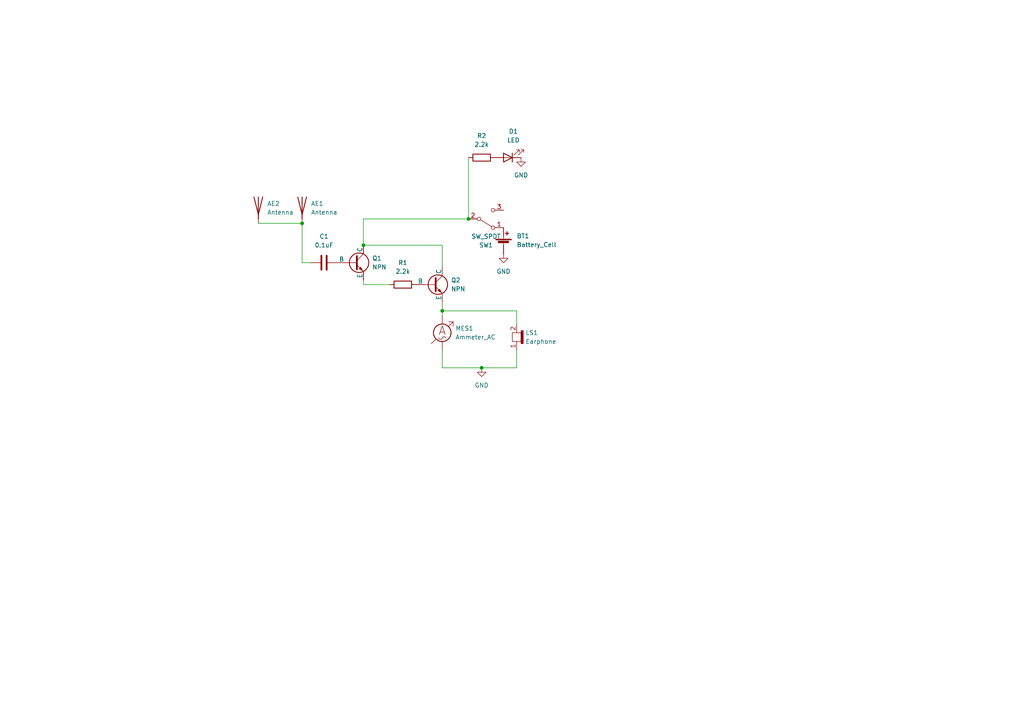
<source format=kicad_sch>
(kicad_sch (version 20230121) (generator eeschema)
  (paper "A4")
  (lib_symbols
    (symbol "Device:Ammeter_AC" (pin_numbers hide) (pin_names (offset 0.0254) hide)
      (property "Reference" "MES" (at -3.302 1.016 0))
      (property "Value" "Ammeter_AC" (at -3.302 -0.762 0))
      (symbol "Ammeter_AC_0_0"
        (polyline (pts (xy -3.175 -3.175) (xy -1.905 -1.905)))
        (polyline (pts (xy 1.905 1.905) (xy 3.175 3.175)))
        (polyline (pts (xy 1.905 3.175) (xy 3.175 3.175) (xy 3.175 1.905)))
        (text "A" (at 0 0.635 0) (effects (font (size 2.54 2.54))))
      )
      (symbol "Ammeter_AC_0_1"
        (arc (start -1.016 -1.524) (mid -0.508 -1.902) (end 0 -1.524))
        (circle (center 0 0) (radius 2.54) (stroke (width 0.254)))
        (arc (start 1.016 -1.524) (mid 0.508 -1.1274) (end 0 -1.524))
      )
      (symbol "Ammeter_AC_1_1"
        (pin passive line (at 0 -5.08 90) (length 2.54) (name "~") (number "1"))
        (pin passive line (at 0 5.08 270) (length 2.54) (name "~") (number "2"))
      )
    )
    (symbol "Device:Antenna" (pin_numbers hide) (pin_names (offset 1.016) hide)
      (property "Reference" "AE" (at -1.905 1.905 0))
      (property "Value" "Antenna" (at -1.905 0 0))
      (symbol "Antenna_0_1"
        (polyline (pts (xy 0 2.54) (xy 0 -3.81)) (stroke (width 0.254)))
        (polyline (pts (xy 1.27 2.54) (xy 0 -2.54) (xy -1.27 2.54)) (stroke (width 0.254)))
      )
      (symbol "Antenna_1_1"
        (pin input line (at 0 -5.08 90) (length 2.54) (name "A") (number "1"))
      )
    )
    (symbol "Device:Battery_Cell" (pin_numbers hide) (pin_names (offset 0) hide)
      (property "Reference" "BT" (at 2.54 2.54 0))
      (property "Value" "Battery_Cell" (at 2.54 0 0))
      (symbol "Battery_Cell_0_1"
        (rectangle (start -2.286 1.778) (end 2.286 1.524) (fill (type outline)))
        (rectangle (start -1.5748 1.1938) (end 1.4732 0.6858) (fill (type outline)))
        (polyline (pts (xy 0 0.762) (xy 0 0)))
        (polyline (pts (xy 0 1.778) (xy 0 2.54)))
        (polyline (pts (xy 0.508 3.429) (xy 1.524 3.429)) (stroke (width 0.254)))
        (polyline (pts (xy 1.016 3.937) (xy 1.016 2.921)) (stroke (width 0.254)))
      )
      (symbol "Battery_Cell_1_1"
        (pin passive line (at 0 5.08 270) (length 2.54) (name "+") (number "1"))
        (pin passive line (at 0 -2.54 90) (length 2.54) (name "-") (number "2"))
      )
    )
    (symbol "Device:C" (pin_numbers hide) (pin_names (offset 0.254))
      (property "Reference" "C" (at 0.635 2.54 0))
      (property "Value" "C" (at 0.635 -2.54 0))
      (symbol "C_0_1"
        (polyline (pts (xy -2.032 -0.762) (xy 2.032 -0.762)) (stroke (width 0.508)))
        (polyline (pts (xy -2.032 0.762) (xy 2.032 0.762)) (stroke (width 0.508)))
      )
      (symbol "C_1_1"
        (pin passive line (at 0 3.81 270) (length 2.794) (name "~") (number "1"))
        (pin passive line (at 0 -3.81 90) (length 2.794) (name "~") (number "2"))
      )
    )
    (symbol "Device:Earphone" (pin_names (offset 0.0254) hide)
      (property "Reference" "LS" (at 2.54 3.81 0))
      (property "Value" "Earphone" (at 2.54 1.905 0))
      (symbol "Earphone_0_1"
        (rectangle (start 1.27 -0.635) (end 1.905 3.175) (fill (type outline)))
        (rectangle (start 1.27 0) (end -1.27 2.54))
      )
      (symbol "Earphone_1_1"
        (pin passive line (at 0 -2.54 90) (length 2.54) (name "-") (number "1"))
        (pin passive line (at 0 5.08 270) (length 2.54) (name "+") (number "2"))
      )
    )
    (symbol "Device:LED" (pin_numbers hide) (pin_names (offset 1.016) hide)
      (property "Reference" "D" (at 0 2.54 0))
      (property "Value" "LED" (at 0 -2.54 0))
      (symbol "LED_0_1"
        (polyline (pts (xy -1.27 -1.27) (xy -1.27 1.27)) (stroke (width 0.254)))
        (polyline (pts (xy -1.27 0) (xy 1.27 0)))
        (polyline (pts (xy 1.27 -1.27) (xy 1.27 1.27) (xy -1.27 0) (xy 1.27 -1.27)) (stroke (width 0.254)))
        (polyline (pts (xy -3.048 -0.762) (xy -4.572 -2.286) (xy -3.81 -2.286) (xy -4.572 -2.286) (xy -4.572 -1.524)))
        (polyline (pts (xy -1.778 -0.762) (xy -3.302 -2.286) (xy -2.54 -2.286) (xy -3.302 -2.286) (xy -3.302 -1.524)))
      )
      (symbol "LED_1_1"
        (pin passive line (at -3.81 0 0) (length 2.54) (name "K") (number "1"))
        (pin passive line (at 3.81 0 180) (length 2.54) (name "A") (number "2"))
      )
    )
    (symbol "Device:R" (pin_numbers hide) (pin_names (offset 0))
      (property "Reference" "R" (at 2.032 0 90))
      (property "Value" "R" (at 0 0 90))
      (symbol "R_0_1"
        (rectangle (start -1.016 -2.54) (end 1.016 2.54) (stroke (width 0.254)))
      )
      (symbol "R_1_1"
        (pin passive line (at 0 3.81 270) (length 1.27) (name "~") (number "1"))
        (pin passive line (at 0 -3.81 90) (length 1.27) (name "~") (number "2"))
      )
    )
    (symbol "Simulation_SPICE:NPN" (pin_numbers hide) (pin_names (offset 0))
      (property "Reference" "Q" (at -2.54 7.62 0))
      (property "Value" "NPN" (at -2.54 5.08 0))
      (symbol "NPN_0_1"
        (polyline (pts (xy -2.54 0) (xy 0.635 0)) (stroke (width 0.1524)))
        (polyline (pts (xy 0.635 0.635) (xy 2.54 2.54)))
        (polyline (pts (xy 2.794 -1.27) (xy 2.794 -1.27)) (stroke (width 0.1524)))
        (polyline (pts (xy 2.794 -1.27) (xy 2.794 -1.27)) (stroke (width 0.1524)))
        (polyline (pts (xy 0.635 -0.635) (xy 2.54 -2.54) (xy 2.54 -2.54)))
        (polyline (pts (xy 0.635 1.905) (xy 0.635 -1.905) (xy 0.635 -1.905)) (stroke (width 0.508)))
        (polyline (pts (xy 1.27 -1.778) (xy 1.778 -1.27) (xy 2.286 -2.286) (xy 1.27 -1.778) (xy 1.27 -1.778)) (fill (type outline)))
        (circle (center 1.27 0) (radius 2.8194) (stroke (width 0.254)))
      )
      (symbol "NPN_1_1"
        (pin open_collector line (at 2.54 5.08 270) (length 2.54) (name "C") (number "1"))
        (pin input line (at -5.08 0 0) (length 2.54) (name "B") (number "2"))
        (pin open_emitter line (at 2.54 -5.08 90) (length 2.54) (name "E") (number "3"))
      )
    )
    (symbol "Switch:SW_SPDT" (pin_names (offset 0) hide)
      (property "Reference" "SW" (at 0 4.318 0))
      (property "Value" "SW_SPDT" (at 0 -5.08 0))
      (symbol "SW_SPDT_0_0"
        (circle (center -2.032 0) (radius 0.508))
        (circle (center 2.032 -2.54) (radius 0.508))
      )
      (symbol "SW_SPDT_0_1"
        (polyline (pts (xy -1.524 0.254) (xy 1.651 2.286)))
        (circle (center 2.032 2.54) (radius 0.508))
      )
      (symbol "SW_SPDT_1_1"
        (pin passive line (at 5.08 2.54 180) (length 2.54) (name "A") (number "1"))
        (pin passive line (at -5.08 0 0) (length 2.54) (name "B") (number "2"))
        (pin passive line (at 5.08 -2.54 180) (length 2.54) (name "C") (number "3"))
      )
    )
    (symbol "power:GND" (power) (pin_names (offset 0))
      (property "Value" "GND" (at 0 -3.81 0))
      (symbol "GND_0_1"
        (polyline (pts (xy 0 0) (xy 0 -1.27) (xy 1.27 -1.27) (xy 0 -2.54) (xy -1.27 -1.27) (xy 0 -1.27)))
      )
      (symbol "GND_1_1"
        (pin power_in line (at 0 0 270) (length 0) hide (name "GND") (number "1"))
      )
    )
  )
  (junction (at 139.7 106.68))
  (junction (at 87.63 64.77))
  (junction (at 128.27 90.17))
  (junction (at 135.89 63.5))
  (junction (at 105.41 71.12))
  (wire (pts (xy 128.27 106.68) (xy 128.27 101.6)))
  (wire (pts (xy 135.89 63.5) (xy 105.41 63.5)))
  (wire (pts (xy 105.41 81.28) (xy 105.41 82.55)))
  (wire (pts (xy 128.27 90.17) (xy 149.86 90.17)))
  (wire (pts (xy 149.86 106.68) (xy 139.7 106.68)))
  (wire (pts (xy 149.86 101.6) (xy 149.86 106.68)))
  (wire (pts (xy 105.41 63.5) (xy 105.41 71.12)))
  (wire (pts (xy 128.27 71.12) (xy 128.27 77.47)))
  (wire (pts (xy 128.27 87.63) (xy 128.27 90.17)))
  (wire (pts (xy 105.41 71.12) (xy 128.27 71.12)))
  (wire (pts (xy 74.93 64.77) (xy 87.63 64.77)))
  (wire (pts (xy 139.7 106.68) (xy 128.27 106.68)))
  (wire (pts (xy 135.89 45.72) (xy 135.89 63.5)))
  (wire (pts (xy 128.27 90.17) (xy 128.27 91.44)))
  (wire (pts (xy 149.86 90.17) (xy 149.86 93.98)))
  (wire (pts (xy 87.63 64.77) (xy 87.63 76.2)))
  (wire (pts (xy 105.41 82.55) (xy 113.03 82.55)))
  (wire (pts (xy 87.63 76.2) (xy 90.17 76.2)))
  (symbol (lib_id "power:GND") (at 139.7 106.68 0) (unit 1)
    (property "Reference" "#PWR01" (effects hide))
    (property "Value" "GND" (at 139.7 111.76 0))
  )
  (symbol (lib_id "Device:R") (at 139.7 45.72 90) (unit 1)
    (property "Reference" "R2" (at 139.7 39.37 90))
    (property "Value" "2.2k" (at 139.7 41.91 90))
    (property "Footprint" "Resistor_THT:R_Axial_DIN0207_L6.3mm_D2.5mm_P7.62mm_Horizontal" (effects hide))
  )
  (symbol (lib_id "Switch:SW_SPDT") (at 140.97 63.5 0) (mirror x) (unit 1)
    (property "Reference" "SW1" (at 140.97 71.12 0))
    (property "Value" "SW_SPDT" (at 140.97 68.58 0))
    (property "Footprint" "Connector_Molex:Molex_Micro-Fit_3.0_43650-0315_1x03_P3.00mm_Vertical" (effects hide))
  )
  (symbol (lib_id "Simulation_SPICE:NPN") (at 102.87 76.2 0) (unit 1)
    (property "Reference" "Q1" (at 107.95 74.93 0) (effects (justify left)))
    (property "Value" "NPN" (at 107.95 77.47 0) (effects (justify left)))
    (property "Footprint" "Package_TO_SOT_THT:TO-92_Inline_Wide" (effects hide))
    (property "Sim.Device" "NPN" (effects hide))
    (property "Sim.Type" "GUMMELPOON" (effects hide))
    (property "Sim.Pins" "1=C 2=B 3=E" (effects hide))
  )
  (symbol (lib_id "power:GND") (at 146.05 73.66 0) (unit 1)
    (property "Reference" "#PWR02" (effects hide))
    (property "Value" "GND" (at 146.05 78.74 0))
  )
  (symbol (lib_id "Device:Ammeter_AC") (at 128.27 96.52 0) (unit 1)
    (property "Reference" "MES1" (at 132.08 95.25 0) (effects (justify left)))
    (property "Value" "Ammeter_AC" (at 132.08 97.79 0) (effects (justify left)))
    (property "Footprint" "library:2x1_7.62mmScrewTerminal" (effects hide))
  )
  (symbol (lib_id "Device:Earphone") (at 149.86 99.06 0) (unit 1)
    (property "Reference" "LS1" (at 152.4 96.52 0) (effects (justify left)))
    (property "Value" "Earphone" (at 152.4 99.06 0) (effects (justify left)))
    (property "Footprint" "TerminalBlock_RND:TerminalBlock_RND_205-00045_1x02_P5.00mm_Horizontal" (effects hide))
  )
  (symbol (lib_id "Device:R") (at 116.84 82.55 90) (unit 1)
    (property "Reference" "R1" (at 116.84 76.2 90))
    (property "Value" "2.2k" (at 116.84 78.74 90))
    (property "Footprint" "Resistor_THT:R_Axial_DIN0207_L6.3mm_D2.5mm_P7.62mm_Horizontal" (effects hide))
  )
  (symbol (lib_id "Device:Antenna") (at 87.63 59.69 0) (unit 1)
    (property "Reference" "AE1" (at 90.17 59.055 0) (effects (justify left)))
    (property "Value" "Antenna" (at 90.17 61.595 0) (effects (justify left)))
    (property "Footprint" "MountingHole:MountingHole_5.5mm_Pad" (effects hide))
  )
  (symbol (lib_id "Simulation_SPICE:NPN") (at 125.73 82.55 0) (unit 1)
    (property "Reference" "Q2" (at 130.81 81.28 0) (effects (justify left)))
    (property "Value" "NPN" (at 130.81 83.82 0) (effects (justify left)))
    (property "Footprint" "Package_TO_SOT_THT:TO-92_Inline_Wide" (effects hide))
    (property "Sim.Device" "NPN" (effects hide))
    (property "Sim.Type" "GUMMELPOON" (effects hide))
    (property "Sim.Pins" "1=C 2=B 3=E" (effects hide))
  )
  (symbol (lib_id "power:GND") (at 151.13 45.72 0) (unit 1)
    (property "Reference" "#PWR03" (effects hide))
    (property "Value" "GND" (at 151.13 50.8 0))
  )
  (symbol (lib_id "Device:C") (at 93.98 76.2 90) (unit 1)
    (property "Reference" "C1" (at 93.98 68.58 90))
    (property "Value" "0.1uF" (at 93.98 71.12 90))
    (property "Footprint" "Capacitor_THT:C_Disc_D3.4mm_W2.1mm_P2.50mm" (effects hide))
  )
  (symbol (lib_id "Device:Antenna") (at 74.93 59.69 0) (unit 1)
    (property "Reference" "AE2" (at 77.47 59.055 0) (effects (justify left)))
    (property "Value" "Antenna" (at 77.47 61.595 0) (effects (justify left)))
    (property "Footprint" "MountingHole:MountingHole_5.5mm_Pad" (effects hide))
  )
  (symbol (lib_id "Device:Battery_Cell") (at 146.05 71.12 0) (unit 1)
    (property "Reference" "BT1" (at 149.86 68.453 0) (effects (justify left)))
    (property "Value" "Battery_Cell" (at 149.86 70.993 0) (effects (justify left)))
    (property "Footprint" "Battery:BatteryHolder_Keystone_3002_1x2032" (effects hide))
  )
  (symbol (lib_id "Device:LED") (at 147.32 45.72 180) (unit 1)
    (property "Reference" "D1" (at 148.9075 38.1 0))
    (property "Value" "LED" (at 148.9075 40.64 0))
    (property "Footprint" "LED_THT:LED_D3.0mm" (effects hide))
  )
)
</source>
